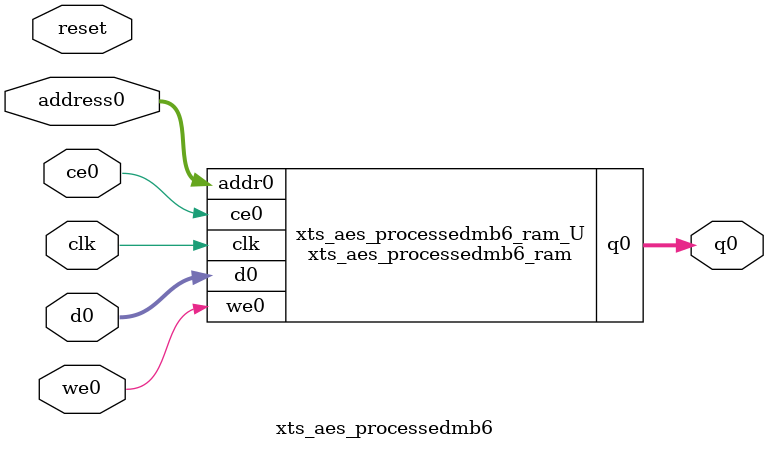
<source format=v>
`timescale 1 ns / 1 ps
module xts_aes_processedmb6_ram (addr0, ce0, d0, we0, q0,  clk);

parameter DWIDTH = 16;
parameter AWIDTH = 10;
parameter MEM_SIZE = 1024;

input[AWIDTH-1:0] addr0;
input ce0;
input[DWIDTH-1:0] d0;
input we0;
output reg[DWIDTH-1:0] q0;
input clk;

(* ram_style = "block" *)reg [DWIDTH-1:0] ram[0:MEM_SIZE-1];




always @(posedge clk)  
begin 
    if (ce0) 
    begin
        if (we0) 
        begin 
            ram[addr0] <= d0; 
        end 
        q0 <= ram[addr0];
    end
end


endmodule

`timescale 1 ns / 1 ps
module xts_aes_processedmb6(
    reset,
    clk,
    address0,
    ce0,
    we0,
    d0,
    q0);

parameter DataWidth = 32'd16;
parameter AddressRange = 32'd1024;
parameter AddressWidth = 32'd10;
input reset;
input clk;
input[AddressWidth - 1:0] address0;
input ce0;
input we0;
input[DataWidth - 1:0] d0;
output[DataWidth - 1:0] q0;



xts_aes_processedmb6_ram xts_aes_processedmb6_ram_U(
    .clk( clk ),
    .addr0( address0 ),
    .ce0( ce0 ),
    .we0( we0 ),
    .d0( d0 ),
    .q0( q0 ));

endmodule


</source>
